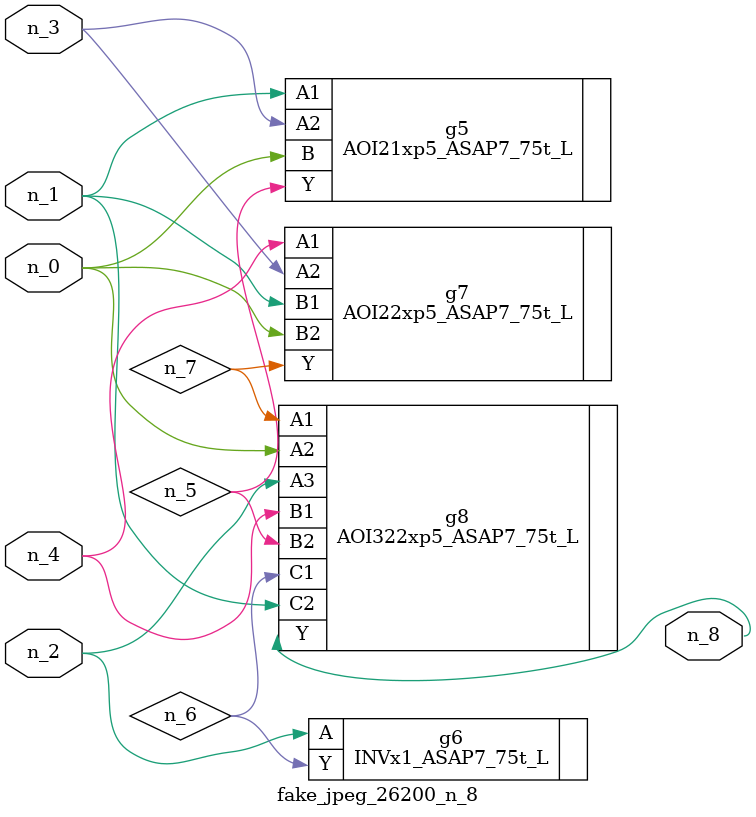
<source format=v>
module fake_jpeg_26200_n_8 (n_3, n_2, n_1, n_0, n_4, n_8);

input n_3;
input n_2;
input n_1;
input n_0;
input n_4;

output n_8;

wire n_6;
wire n_5;
wire n_7;

AOI21xp5_ASAP7_75t_L g5 ( 
.A1(n_1),
.A2(n_3),
.B(n_0),
.Y(n_5)
);

INVx1_ASAP7_75t_L g6 ( 
.A(n_2),
.Y(n_6)
);

AOI22xp5_ASAP7_75t_L g7 ( 
.A1(n_4),
.A2(n_3),
.B1(n_1),
.B2(n_0),
.Y(n_7)
);

AOI322xp5_ASAP7_75t_L g8 ( 
.A1(n_7),
.A2(n_0),
.A3(n_2),
.B1(n_4),
.B2(n_5),
.C1(n_6),
.C2(n_1),
.Y(n_8)
);


endmodule
</source>
